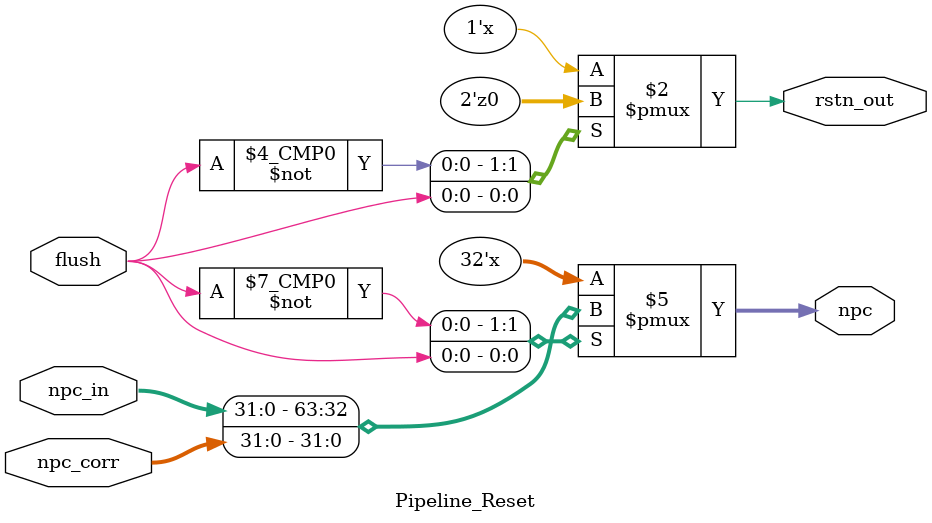
<source format=sv>
module Pipeline_Reset #(
  WordSize = 32
)(
  input [WordSize - 1:0] npc_in, npc_corr,
  input flush,
  output logic [WordSize - 1:0] npc,
  output logic rstn_out
);

always_comb begin
case(flush)
0: begin
    npc = npc_in;
    rstn_out = 1'bZ;
end
1: begin
    npc = npc_corr;
    rstn_out = 0;
end
endcase
end
endmodule

</source>
